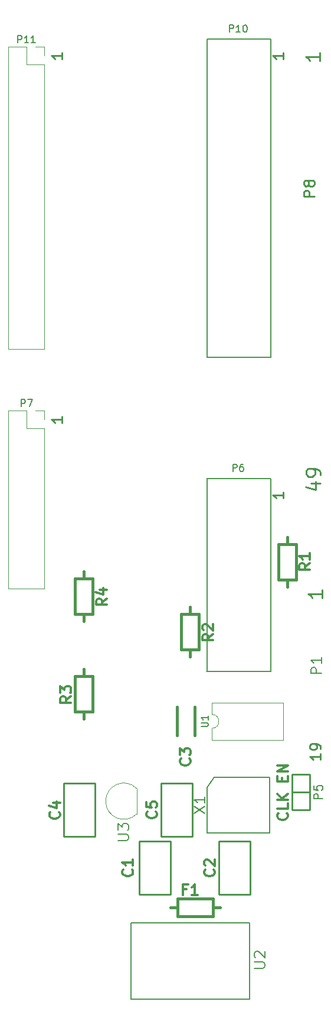
<source format=gto>
G04 #@! TF.FileFunction,Legend,Top*
%FSLAX46Y46*%
G04 Gerber Fmt 4.6, Leading zero omitted, Abs format (unit mm)*
G04 Created by KiCad (PCBNEW (after 2015-mar-04 BZR unknown)-product) date Sun 18 Mar 2018 09:27:42 PM EDT*
%MOMM*%
G01*
G04 APERTURE LIST*
%ADD10C,0.020000*%
%ADD11C,0.254000*%
%ADD12C,0.304800*%
%ADD13C,0.152400*%
%ADD14C,0.120000*%
%ADD15C,0.248920*%
%ADD16C,0.381000*%
%ADD17C,0.203200*%
%ADD18C,0.150000*%
%ADD19R,1.778000X1.778000*%
%ADD20O,1.778000X1.778000*%
%ADD21R,1.651000X1.651000*%
%ADD22C,1.651000*%
%ADD23C,1.219200*%
%ADD24R,2.794000X2.794000*%
%ADD25C,2.794000*%
%ADD26R,10.160000X1.524000*%
%ADD27C,1.778000*%
%ADD28R,2.540000X2.540000*%
%ADD29C,3.987800*%
%ADD30C,2.540000*%
%ADD31C,1.524000*%
%ADD32O,1.651000X1.651000*%
%ADD33R,1.727200X1.727200*%
%ADD34C,1.727200*%
%ADD35R,1.524000X1.524000*%
%ADD36O,1.524000X1.524000*%
%ADD37O,1.727200X1.727200*%
%ADD38R,1.550000X1.950000*%
G04 APERTURE END LIST*
D10*
D11*
X82604429Y-82114571D02*
X82604429Y-82985428D01*
X82604429Y-82550000D02*
X81080429Y-82550000D01*
X81298143Y-82695143D01*
X81443286Y-82840285D01*
X81515857Y-82985428D01*
X82604429Y-30044571D02*
X82604429Y-30915428D01*
X82604429Y-30480000D02*
X81080429Y-30480000D01*
X81298143Y-30625143D01*
X81443286Y-30770285D01*
X81515857Y-30915428D01*
X114354429Y-30044571D02*
X114354429Y-30915428D01*
X114354429Y-30480000D02*
X112830429Y-30480000D01*
X113048143Y-30625143D01*
X113193286Y-30770285D01*
X113265857Y-30915428D01*
X114354429Y-92909571D02*
X114354429Y-93780428D01*
X114354429Y-93345000D02*
X112830429Y-93345000D01*
X113048143Y-93490143D01*
X113193286Y-93635285D01*
X113265857Y-93780428D01*
D12*
X114844286Y-138865428D02*
X114916857Y-138937999D01*
X114989429Y-139155713D01*
X114989429Y-139300856D01*
X114916857Y-139518571D01*
X114771714Y-139663713D01*
X114626571Y-139736285D01*
X114336286Y-139808856D01*
X114118571Y-139808856D01*
X113828286Y-139736285D01*
X113683143Y-139663713D01*
X113538000Y-139518571D01*
X113465429Y-139300856D01*
X113465429Y-139155713D01*
X113538000Y-138937999D01*
X113610571Y-138865428D01*
X114989429Y-137486571D02*
X114989429Y-138212285D01*
X113465429Y-138212285D01*
X114989429Y-136978571D02*
X113465429Y-136978571D01*
X114989429Y-136107714D02*
X114118571Y-136760857D01*
X113465429Y-136107714D02*
X114336286Y-136978571D01*
X114191143Y-134293428D02*
X114191143Y-133785428D01*
X114989429Y-133567714D02*
X114989429Y-134293428D01*
X113465429Y-134293428D01*
X113465429Y-133567714D01*
X114989429Y-132914571D02*
X113465429Y-132914571D01*
X114989429Y-132043714D01*
X113465429Y-132043714D01*
D13*
X92456000Y-165481000D02*
X93726000Y-165481000D01*
X92456000Y-154559000D02*
X93726000Y-154559000D01*
X109474000Y-154559000D02*
X109474000Y-165481000D01*
X109474000Y-165481000D02*
X93726000Y-165481000D01*
X92456000Y-165481000D02*
X92456000Y-154559000D01*
X93726000Y-154559000D02*
X109474000Y-154559000D01*
D11*
X115570000Y-135890000D02*
X118110000Y-135890000D01*
X115570000Y-138430000D02*
X118110000Y-138430000D01*
X118110000Y-138430000D02*
X118110000Y-135890000D01*
X118110000Y-135890000D02*
X118110000Y-133350000D01*
X118110000Y-133350000D02*
X115570000Y-133350000D01*
X115570000Y-133350000D02*
X115570000Y-138430000D01*
D13*
X111912400Y-28092400D02*
X112522000Y-28092400D01*
X112522000Y-28092400D02*
X112522000Y-28244800D01*
X104546400Y-28092400D02*
X103428800Y-28092400D01*
X103378000Y-73609200D02*
X104444800Y-73609200D01*
X112217200Y-73609200D02*
X112522000Y-73609200D01*
X112522000Y-73609200D02*
X112522000Y-73558400D01*
X112522000Y-28244800D02*
X112522000Y-73609200D01*
X103378000Y-73609200D02*
X103378000Y-28041600D01*
X112217200Y-73609200D02*
X104444800Y-73609200D01*
X111963200Y-28092400D02*
X104546400Y-28092400D01*
X104546400Y-28092400D02*
X104597200Y-28092400D01*
X111912400Y-90957400D02*
X112522000Y-90957400D01*
X112522000Y-90957400D02*
X112522000Y-91109800D01*
X104546400Y-90957400D02*
X103428800Y-90957400D01*
X103327200Y-118592600D02*
X104394000Y-118592600D01*
X112166400Y-118592600D02*
X112471200Y-118592600D01*
X112471200Y-118592600D02*
X112471200Y-118541800D01*
X112522000Y-91109800D02*
X112522000Y-118592600D01*
X103378000Y-118592600D02*
X103378000Y-90906600D01*
X112166400Y-118592600D02*
X104394000Y-118592600D01*
X111963200Y-90957400D02*
X104546400Y-90957400D01*
X104546400Y-90957400D02*
X104597200Y-90957400D01*
D14*
X93290000Y-138960000D02*
X93290000Y-135360000D01*
X93278478Y-138998478D02*
G75*
G02X88840000Y-137160000I-1838478J1838478D01*
G01*
X93278478Y-135321522D02*
G75*
G03X88840000Y-137160000I-1838478J-1838478D01*
G01*
D15*
X93649800Y-150495000D02*
X98120200Y-150495000D01*
X93649800Y-142875000D02*
X98120200Y-142875000D01*
D11*
X98120200Y-142875000D02*
X98120200Y-150495000D01*
X93649800Y-150495000D02*
X93649800Y-142875000D01*
D15*
X109550200Y-142875000D02*
X105079800Y-142875000D01*
X109550200Y-150495000D02*
X105079800Y-150495000D01*
D11*
X105079800Y-150495000D02*
X105079800Y-142875000D01*
X109550200Y-142875000D02*
X109550200Y-150495000D01*
D16*
X99060000Y-123698000D02*
X99060000Y-127762000D01*
X101600000Y-127762000D02*
X101600000Y-123698000D01*
D14*
X80070000Y-106740000D02*
X74870000Y-106740000D01*
X80070000Y-83820000D02*
X80070000Y-106740000D01*
X74870000Y-81220000D02*
X74870000Y-106740000D01*
X80070000Y-83820000D02*
X77470000Y-83820000D01*
X77470000Y-83820000D02*
X77470000Y-81220000D01*
X77470000Y-81220000D02*
X74870000Y-81220000D01*
X80070000Y-82550000D02*
X80070000Y-81220000D01*
X80070000Y-81220000D02*
X78740000Y-81220000D01*
X80070000Y-72450000D02*
X74870000Y-72450000D01*
X80070000Y-31750000D02*
X80070000Y-72450000D01*
X74870000Y-29150000D02*
X74870000Y-72450000D01*
X80070000Y-31750000D02*
X77470000Y-31750000D01*
X77470000Y-31750000D02*
X77470000Y-29150000D01*
X77470000Y-29150000D02*
X74870000Y-29150000D01*
X80070000Y-30480000D02*
X80070000Y-29150000D01*
X80070000Y-29150000D02*
X78740000Y-29150000D01*
X104080000Y-124730000D02*
G75*
G02X104080000Y-126730000I0J-1000000D01*
G01*
X104080000Y-126730000D02*
X104080000Y-128380000D01*
X104080000Y-128380000D02*
X114360000Y-128380000D01*
X114360000Y-128380000D02*
X114360000Y-123080000D01*
X114360000Y-123080000D02*
X104080000Y-123080000D01*
X104080000Y-123080000D02*
X104080000Y-124730000D01*
D15*
X87325200Y-134620000D02*
X82854800Y-134620000D01*
X87325200Y-142240000D02*
X82854800Y-142240000D01*
D11*
X82854800Y-142240000D02*
X82854800Y-134620000D01*
X87325200Y-134620000D02*
X87325200Y-142240000D01*
D15*
X96824800Y-142240000D02*
X101295200Y-142240000D01*
X96824800Y-134620000D02*
X101295200Y-134620000D01*
D11*
X101295200Y-134620000D02*
X101295200Y-142240000D01*
X96824800Y-142240000D02*
X96824800Y-134620000D01*
D13*
X103410000Y-141700000D02*
X103410000Y-135200000D01*
X103410000Y-135200000D02*
X104410000Y-133700000D01*
X104410000Y-133700000D02*
X111910000Y-133700000D01*
X111910000Y-133700000D02*
X112410000Y-133700000D01*
X112410000Y-133700000D02*
X112410000Y-141700000D01*
X112410000Y-141700000D02*
X103410000Y-141700000D01*
D16*
X114935000Y-100408740D02*
X114935000Y-99392740D01*
X114935000Y-105488740D02*
X114935000Y-106504740D01*
X116205000Y-100408740D02*
X116205000Y-105488740D01*
X116205000Y-105488740D02*
X113665000Y-105488740D01*
X113665000Y-105488740D02*
X113665000Y-100408740D01*
X113665000Y-100408740D02*
X116205000Y-100408740D01*
X100965000Y-115491260D02*
X100965000Y-116507260D01*
X100965000Y-110411260D02*
X100965000Y-109395260D01*
X99695000Y-115491260D02*
X99695000Y-110411260D01*
X99695000Y-110411260D02*
X102235000Y-110411260D01*
X102235000Y-110411260D02*
X102235000Y-115491260D01*
X102235000Y-115491260D02*
X99695000Y-115491260D01*
X85725000Y-124381260D02*
X85725000Y-125397260D01*
X85725000Y-119301260D02*
X85725000Y-118285260D01*
X84455000Y-124381260D02*
X84455000Y-119301260D01*
X84455000Y-119301260D02*
X86995000Y-119301260D01*
X86995000Y-119301260D02*
X86995000Y-124381260D01*
X86995000Y-124381260D02*
X84455000Y-124381260D01*
X85725000Y-110411260D02*
X85725000Y-111427260D01*
X85725000Y-105331260D02*
X85725000Y-104315260D01*
X84455000Y-110411260D02*
X84455000Y-105331260D01*
X84455000Y-105331260D02*
X86995000Y-105331260D01*
X86995000Y-105331260D02*
X86995000Y-110411260D01*
X86995000Y-110411260D02*
X84455000Y-110411260D01*
X99138740Y-152400000D02*
X98122740Y-152400000D01*
X104218740Y-152400000D02*
X105234740Y-152400000D01*
X99138740Y-151130000D02*
X104218740Y-151130000D01*
X104218740Y-151130000D02*
X104218740Y-153670000D01*
X104218740Y-153670000D02*
X99138740Y-153670000D01*
X99138740Y-153670000D02*
X99138740Y-151130000D01*
D13*
X110163429Y-161054143D02*
X111397143Y-161054143D01*
X111542286Y-160981571D01*
X111614857Y-160909000D01*
X111687429Y-160763857D01*
X111687429Y-160473571D01*
X111614857Y-160328429D01*
X111542286Y-160255857D01*
X111397143Y-160183286D01*
X110163429Y-160183286D01*
X110308571Y-159530143D02*
X110236000Y-159457572D01*
X110163429Y-159312429D01*
X110163429Y-158949572D01*
X110236000Y-158804429D01*
X110308571Y-158731858D01*
X110453714Y-158659286D01*
X110598857Y-158659286D01*
X110816571Y-158731858D01*
X111687429Y-159602715D01*
X111687429Y-158659286D01*
D17*
X119954524Y-136827381D02*
X118684524Y-136827381D01*
X118684524Y-136343572D01*
X118745000Y-136222619D01*
X118805476Y-136162143D01*
X118926429Y-136101667D01*
X119107857Y-136101667D01*
X119228810Y-136162143D01*
X119289286Y-136222619D01*
X119349762Y-136343572D01*
X119349762Y-136827381D01*
X118684524Y-134952619D02*
X118684524Y-135557381D01*
X119289286Y-135617857D01*
X119228810Y-135557381D01*
X119168333Y-135436429D01*
X119168333Y-135134048D01*
X119228810Y-135013095D01*
X119289286Y-134952619D01*
X119410238Y-134892143D01*
X119712619Y-134892143D01*
X119833571Y-134952619D01*
X119894048Y-135013095D01*
X119954524Y-135134048D01*
X119954524Y-135436429D01*
X119894048Y-135557381D01*
X119833571Y-135617857D01*
D13*
X106614686Y-27078819D02*
X106614686Y-26062819D01*
X107001733Y-26062819D01*
X107098495Y-26111200D01*
X107146876Y-26159581D01*
X107195257Y-26256343D01*
X107195257Y-26401486D01*
X107146876Y-26498248D01*
X107098495Y-26546629D01*
X107001733Y-26595010D01*
X106614686Y-26595010D01*
X108162876Y-27078819D02*
X107582305Y-27078819D01*
X107872591Y-27078819D02*
X107872591Y-26062819D01*
X107775829Y-26207962D01*
X107679067Y-26304724D01*
X107582305Y-26353105D01*
X108791829Y-26062819D02*
X108888590Y-26062819D01*
X108985352Y-26111200D01*
X109033733Y-26159581D01*
X109082114Y-26256343D01*
X109130495Y-26449867D01*
X109130495Y-26691771D01*
X109082114Y-26885295D01*
X109033733Y-26982057D01*
X108985352Y-27030438D01*
X108888590Y-27078819D01*
X108791829Y-27078819D01*
X108695067Y-27030438D01*
X108646686Y-26982057D01*
X108598305Y-26885295D01*
X108549924Y-26691771D01*
X108549924Y-26449867D01*
X108598305Y-26256343D01*
X108646686Y-26159581D01*
X108695067Y-26111200D01*
X108791829Y-26062819D01*
X107098496Y-89943819D02*
X107098496Y-88927819D01*
X107485543Y-88927819D01*
X107582305Y-88976200D01*
X107630686Y-89024581D01*
X107679067Y-89121343D01*
X107679067Y-89266486D01*
X107630686Y-89363248D01*
X107582305Y-89411629D01*
X107485543Y-89460010D01*
X107098496Y-89460010D01*
X108549924Y-88927819D02*
X108356401Y-88927819D01*
X108259639Y-88976200D01*
X108211258Y-89024581D01*
X108114496Y-89169724D01*
X108066115Y-89363248D01*
X108066115Y-89750295D01*
X108114496Y-89847057D01*
X108162877Y-89895438D01*
X108259639Y-89943819D01*
X108453162Y-89943819D01*
X108549924Y-89895438D01*
X108598305Y-89847057D01*
X108646686Y-89750295D01*
X108646686Y-89508390D01*
X108598305Y-89411629D01*
X108549924Y-89363248D01*
X108453162Y-89314867D01*
X108259639Y-89314867D01*
X108162877Y-89363248D01*
X108114496Y-89411629D01*
X108066115Y-89508390D01*
X90605429Y-142766143D02*
X91839143Y-142766143D01*
X91984286Y-142693571D01*
X92056857Y-142621000D01*
X92129429Y-142475857D01*
X92129429Y-142185571D01*
X92056857Y-142040429D01*
X91984286Y-141967857D01*
X91839143Y-141895286D01*
X90605429Y-141895286D01*
X90605429Y-141314715D02*
X90605429Y-140371286D01*
X91186000Y-140879286D01*
X91186000Y-140661572D01*
X91258571Y-140516429D01*
X91331143Y-140443858D01*
X91476286Y-140371286D01*
X91839143Y-140371286D01*
X91984286Y-140443858D01*
X92056857Y-140516429D01*
X92129429Y-140661572D01*
X92129429Y-141097000D01*
X92056857Y-141242143D01*
X91984286Y-141314715D01*
D11*
X118799429Y-50604057D02*
X117275429Y-50604057D01*
X117275429Y-50023485D01*
X117348000Y-49878343D01*
X117420571Y-49805771D01*
X117565714Y-49733200D01*
X117783429Y-49733200D01*
X117928571Y-49805771D01*
X118001143Y-49878343D01*
X118073714Y-50023485D01*
X118073714Y-50604057D01*
X117928571Y-48862343D02*
X117856000Y-49007485D01*
X117783429Y-49080057D01*
X117638286Y-49152628D01*
X117565714Y-49152628D01*
X117420571Y-49080057D01*
X117348000Y-49007485D01*
X117275429Y-48862343D01*
X117275429Y-48572057D01*
X117348000Y-48426914D01*
X117420571Y-48354343D01*
X117565714Y-48281771D01*
X117638286Y-48281771D01*
X117783429Y-48354343D01*
X117856000Y-48426914D01*
X117928571Y-48572057D01*
X117928571Y-48862343D01*
X118001143Y-49007485D01*
X118073714Y-49080057D01*
X118218857Y-49152628D01*
X118509143Y-49152628D01*
X118654286Y-49080057D01*
X118726857Y-49007485D01*
X118799429Y-48862343D01*
X118799429Y-48572057D01*
X118726857Y-48426914D01*
X118654286Y-48354343D01*
X118509143Y-48281771D01*
X118218857Y-48281771D01*
X118073714Y-48354343D01*
X118001143Y-48426914D01*
X117928571Y-48572057D01*
X118284171Y-91664971D02*
X119638838Y-91664971D01*
X117510076Y-92148781D02*
X118961505Y-92632590D01*
X118961505Y-91374686D01*
X119638838Y-90503829D02*
X119638838Y-90116781D01*
X119542076Y-89923257D01*
X119445314Y-89826495D01*
X119155029Y-89632971D01*
X118767981Y-89536210D01*
X117993886Y-89536210D01*
X117800362Y-89632971D01*
X117703600Y-89729733D01*
X117606838Y-89923257D01*
X117606838Y-90310305D01*
X117703600Y-90503829D01*
X117800362Y-90600590D01*
X117993886Y-90697352D01*
X118477695Y-90697352D01*
X118671219Y-90600590D01*
X118767981Y-90503829D01*
X118864743Y-90310305D01*
X118864743Y-89923257D01*
X118767981Y-89729733D01*
X118671219Y-89632971D01*
X118477695Y-89536210D01*
X119588038Y-30051829D02*
X119588038Y-31212971D01*
X119588038Y-30632400D02*
X117556038Y-30632400D01*
X117846324Y-30825924D01*
X118039848Y-31019448D01*
X118136610Y-31212971D01*
D12*
X92619286Y-146939000D02*
X92691857Y-147011571D01*
X92764429Y-147229285D01*
X92764429Y-147374428D01*
X92691857Y-147592143D01*
X92546714Y-147737285D01*
X92401571Y-147809857D01*
X92111286Y-147882428D01*
X91893571Y-147882428D01*
X91603286Y-147809857D01*
X91458143Y-147737285D01*
X91313000Y-147592143D01*
X91240429Y-147374428D01*
X91240429Y-147229285D01*
X91313000Y-147011571D01*
X91385571Y-146939000D01*
X92764429Y-145487571D02*
X92764429Y-146358428D01*
X92764429Y-145923000D02*
X91240429Y-145923000D01*
X91458143Y-146068143D01*
X91603286Y-146213285D01*
X91675857Y-146358428D01*
X104354086Y-146964400D02*
X104426657Y-147036971D01*
X104499229Y-147254685D01*
X104499229Y-147399828D01*
X104426657Y-147617543D01*
X104281514Y-147762685D01*
X104136371Y-147835257D01*
X103846086Y-147907828D01*
X103628371Y-147907828D01*
X103338086Y-147835257D01*
X103192943Y-147762685D01*
X103047800Y-147617543D01*
X102975229Y-147399828D01*
X102975229Y-147254685D01*
X103047800Y-147036971D01*
X103120371Y-146964400D01*
X103120371Y-146383828D02*
X103047800Y-146311257D01*
X102975229Y-146166114D01*
X102975229Y-145803257D01*
X103047800Y-145658114D01*
X103120371Y-145585543D01*
X103265514Y-145512971D01*
X103410657Y-145512971D01*
X103628371Y-145585543D01*
X104499229Y-146456400D01*
X104499229Y-145512971D01*
D17*
X119815429Y-118878857D02*
X118291429Y-118878857D01*
X118291429Y-118298285D01*
X118364000Y-118153143D01*
X118436571Y-118080571D01*
X118581714Y-118008000D01*
X118799429Y-118008000D01*
X118944571Y-118080571D01*
X119017143Y-118153143D01*
X119089714Y-118298285D01*
X119089714Y-118878857D01*
X119815429Y-116556571D02*
X119815429Y-117427428D01*
X119815429Y-116992000D02*
X118291429Y-116992000D01*
X118509143Y-117137143D01*
X118654286Y-117282285D01*
X118726857Y-117427428D01*
D11*
X119688429Y-130363286D02*
X119688429Y-131234143D01*
X119688429Y-130798715D02*
X118164429Y-130798715D01*
X118382143Y-130943858D01*
X118527286Y-131089000D01*
X118599857Y-131234143D01*
X119688429Y-129637571D02*
X119688429Y-129347286D01*
X119615857Y-129202143D01*
X119543286Y-129129571D01*
X119325571Y-128984429D01*
X119035286Y-128911857D01*
X118454714Y-128911857D01*
X118309571Y-128984429D01*
X118237000Y-129057000D01*
X118164429Y-129202143D01*
X118164429Y-129492429D01*
X118237000Y-129637571D01*
X118309571Y-129710143D01*
X118454714Y-129782714D01*
X118817571Y-129782714D01*
X118962714Y-129710143D01*
X119035286Y-129637571D01*
X119107857Y-129492429D01*
X119107857Y-129202143D01*
X119035286Y-129057000D01*
X118962714Y-128984429D01*
X118817571Y-128911857D01*
X119918238Y-106886429D02*
X119918238Y-108047571D01*
X119918238Y-107467000D02*
X117886238Y-107467000D01*
X118176524Y-107660524D01*
X118370048Y-107854048D01*
X118466810Y-108047571D01*
D12*
X100874286Y-131064000D02*
X100946857Y-131136571D01*
X101019429Y-131354285D01*
X101019429Y-131499428D01*
X100946857Y-131717143D01*
X100801714Y-131862285D01*
X100656571Y-131934857D01*
X100366286Y-132007428D01*
X100148571Y-132007428D01*
X99858286Y-131934857D01*
X99713143Y-131862285D01*
X99568000Y-131717143D01*
X99495429Y-131499428D01*
X99495429Y-131354285D01*
X99568000Y-131136571D01*
X99640571Y-131064000D01*
X99495429Y-130556000D02*
X99495429Y-129612571D01*
X100076000Y-130120571D01*
X100076000Y-129902857D01*
X100148571Y-129757714D01*
X100221143Y-129685143D01*
X100366286Y-129612571D01*
X100729143Y-129612571D01*
X100874286Y-129685143D01*
X100946857Y-129757714D01*
X101019429Y-129902857D01*
X101019429Y-130338285D01*
X100946857Y-130483428D01*
X100874286Y-130556000D01*
D18*
X76731905Y-80672381D02*
X76731905Y-79672381D01*
X77112858Y-79672381D01*
X77208096Y-79720000D01*
X77255715Y-79767619D01*
X77303334Y-79862857D01*
X77303334Y-80005714D01*
X77255715Y-80100952D01*
X77208096Y-80148571D01*
X77112858Y-80196190D01*
X76731905Y-80196190D01*
X77636667Y-79672381D02*
X78303334Y-79672381D01*
X77874762Y-80672381D01*
X76255714Y-28602381D02*
X76255714Y-27602381D01*
X76636667Y-27602381D01*
X76731905Y-27650000D01*
X76779524Y-27697619D01*
X76827143Y-27792857D01*
X76827143Y-27935714D01*
X76779524Y-28030952D01*
X76731905Y-28078571D01*
X76636667Y-28126190D01*
X76255714Y-28126190D01*
X77779524Y-28602381D02*
X77208095Y-28602381D01*
X77493809Y-28602381D02*
X77493809Y-27602381D01*
X77398571Y-27745238D01*
X77303333Y-27840476D01*
X77208095Y-27888095D01*
X78731905Y-28602381D02*
X78160476Y-28602381D01*
X78446190Y-28602381D02*
X78446190Y-27602381D01*
X78350952Y-27745238D01*
X78255714Y-27840476D01*
X78160476Y-27888095D01*
X102532381Y-126491905D02*
X103341905Y-126491905D01*
X103437143Y-126444286D01*
X103484762Y-126396667D01*
X103532381Y-126301429D01*
X103532381Y-126110952D01*
X103484762Y-126015714D01*
X103437143Y-125968095D01*
X103341905Y-125920476D01*
X102532381Y-125920476D01*
X103532381Y-124920476D02*
X103532381Y-125491905D01*
X103532381Y-125206191D02*
X102532381Y-125206191D01*
X102675238Y-125301429D01*
X102770476Y-125396667D01*
X102818095Y-125491905D01*
D12*
X82129086Y-138709400D02*
X82201657Y-138781971D01*
X82274229Y-138999685D01*
X82274229Y-139144828D01*
X82201657Y-139362543D01*
X82056514Y-139507685D01*
X81911371Y-139580257D01*
X81621086Y-139652828D01*
X81403371Y-139652828D01*
X81113086Y-139580257D01*
X80967943Y-139507685D01*
X80822800Y-139362543D01*
X80750229Y-139144828D01*
X80750229Y-138999685D01*
X80822800Y-138781971D01*
X80895371Y-138709400D01*
X81258229Y-137403114D02*
X82274229Y-137403114D01*
X80677657Y-137765971D02*
X81766229Y-138128828D01*
X81766229Y-137185400D01*
X96060986Y-138645900D02*
X96133557Y-138718471D01*
X96206129Y-138936185D01*
X96206129Y-139081328D01*
X96133557Y-139299043D01*
X95988414Y-139444185D01*
X95843271Y-139516757D01*
X95552986Y-139589328D01*
X95335271Y-139589328D01*
X95044986Y-139516757D01*
X94899843Y-139444185D01*
X94754700Y-139299043D01*
X94682129Y-139081328D01*
X94682129Y-138936185D01*
X94754700Y-138718471D01*
X94827271Y-138645900D01*
X94682129Y-137267043D02*
X94682129Y-137992757D01*
X95407843Y-138065328D01*
X95335271Y-137992757D01*
X95262700Y-137847614D01*
X95262700Y-137484757D01*
X95335271Y-137339614D01*
X95407843Y-137267043D01*
X95552986Y-137194471D01*
X95915843Y-137194471D01*
X96060986Y-137267043D01*
X96133557Y-137339614D01*
X96206129Y-137484757D01*
X96206129Y-137847614D01*
X96133557Y-137992757D01*
X96060986Y-138065328D01*
D13*
X101575429Y-138933715D02*
X103099429Y-137917715D01*
X101575429Y-137917715D02*
X103099429Y-138933715D01*
X103099429Y-136538857D02*
X103099429Y-137409714D01*
X103099429Y-136974286D02*
X101575429Y-136974286D01*
X101793143Y-137119429D01*
X101938286Y-137264571D01*
X102010857Y-137409714D01*
D12*
X118164429Y-103124000D02*
X117438714Y-103632000D01*
X118164429Y-103994857D02*
X116640429Y-103994857D01*
X116640429Y-103414285D01*
X116713000Y-103269143D01*
X116785571Y-103196571D01*
X116930714Y-103124000D01*
X117148429Y-103124000D01*
X117293571Y-103196571D01*
X117366143Y-103269143D01*
X117438714Y-103414285D01*
X117438714Y-103994857D01*
X118164429Y-101672571D02*
X118164429Y-102543428D01*
X118164429Y-102108000D02*
X116640429Y-102108000D01*
X116858143Y-102253143D01*
X117003286Y-102398285D01*
X117075857Y-102543428D01*
X104270629Y-113258600D02*
X103544914Y-113766600D01*
X104270629Y-114129457D02*
X102746629Y-114129457D01*
X102746629Y-113548885D01*
X102819200Y-113403743D01*
X102891771Y-113331171D01*
X103036914Y-113258600D01*
X103254629Y-113258600D01*
X103399771Y-113331171D01*
X103472343Y-113403743D01*
X103544914Y-113548885D01*
X103544914Y-114129457D01*
X102891771Y-112678028D02*
X102819200Y-112605457D01*
X102746629Y-112460314D01*
X102746629Y-112097457D01*
X102819200Y-111952314D01*
X102891771Y-111879743D01*
X103036914Y-111807171D01*
X103182057Y-111807171D01*
X103399771Y-111879743D01*
X104270629Y-112750600D01*
X104270629Y-111807171D01*
X83874429Y-122174000D02*
X83148714Y-122682000D01*
X83874429Y-123044857D02*
X82350429Y-123044857D01*
X82350429Y-122464285D01*
X82423000Y-122319143D01*
X82495571Y-122246571D01*
X82640714Y-122174000D01*
X82858429Y-122174000D01*
X83003571Y-122246571D01*
X83076143Y-122319143D01*
X83148714Y-122464285D01*
X83148714Y-123044857D01*
X82350429Y-121666000D02*
X82350429Y-120722571D01*
X82931000Y-121230571D01*
X82931000Y-121012857D01*
X83003571Y-120867714D01*
X83076143Y-120795143D01*
X83221286Y-120722571D01*
X83584143Y-120722571D01*
X83729286Y-120795143D01*
X83801857Y-120867714D01*
X83874429Y-121012857D01*
X83874429Y-121448285D01*
X83801857Y-121593428D01*
X83729286Y-121666000D01*
X89030629Y-108178600D02*
X88304914Y-108686600D01*
X89030629Y-109049457D02*
X87506629Y-109049457D01*
X87506629Y-108468885D01*
X87579200Y-108323743D01*
X87651771Y-108251171D01*
X87796914Y-108178600D01*
X88014629Y-108178600D01*
X88159771Y-108251171D01*
X88232343Y-108323743D01*
X88304914Y-108468885D01*
X88304914Y-109049457D01*
X88014629Y-106872314D02*
X89030629Y-106872314D01*
X87434057Y-107235171D02*
X88522629Y-107598028D01*
X88522629Y-106654600D01*
X100457000Y-149751143D02*
X99949000Y-149751143D01*
X99949000Y-150549429D02*
X99949000Y-149025429D01*
X100674714Y-149025429D01*
X102053572Y-150549429D02*
X101182715Y-150549429D01*
X101618143Y-150549429D02*
X101618143Y-149025429D01*
X101473000Y-149243143D01*
X101327858Y-149388286D01*
X101182715Y-149460857D01*
%LPC*%
D19*
X107950000Y-157480000D03*
D20*
X107950000Y-160020000D03*
X107950000Y-162560000D03*
D19*
X116840000Y-137160000D03*
D20*
X116840000Y-134620000D03*
D21*
X110490000Y-30480000D03*
D22*
X105638600Y-30480000D03*
X110490000Y-33020000D03*
X105638600Y-33020000D03*
X110490000Y-35560000D03*
X105638600Y-35560000D03*
X110490000Y-38100000D03*
X105638600Y-38100000D03*
X110490000Y-40640000D03*
X105638600Y-40640000D03*
X110490000Y-43180000D03*
X105638600Y-43180000D03*
X110490000Y-45720000D03*
X105638600Y-45720000D03*
X110490000Y-48260000D03*
X105638600Y-48260000D03*
X110490000Y-50800000D03*
X105638600Y-50800000D03*
X110490000Y-53340000D03*
X105638600Y-53340000D03*
X110490000Y-55880000D03*
X105638600Y-55880000D03*
X110490000Y-58420000D03*
X105638600Y-58420000D03*
X110490000Y-60960000D03*
X105638600Y-60960000D03*
X110490000Y-63500000D03*
X105638600Y-63500000D03*
X110490000Y-66040000D03*
X105638600Y-66040000D03*
X110490000Y-68580000D03*
X105638600Y-68580000D03*
X110490000Y-71120000D03*
X105638600Y-71120000D03*
D21*
X110490000Y-93345000D03*
D22*
X105638600Y-93345000D03*
X110490000Y-95885000D03*
X105638600Y-95885000D03*
X110490000Y-98425000D03*
X105638600Y-98425000D03*
X110490000Y-100965000D03*
X105638600Y-100965000D03*
X110490000Y-103505000D03*
X105638600Y-103505000D03*
X110490000Y-106045000D03*
X105638600Y-106045000D03*
X110490000Y-108585000D03*
X105638600Y-108585000D03*
X110490000Y-111125000D03*
X105638600Y-111125000D03*
X110490000Y-113665000D03*
X105638600Y-113665000D03*
X110490000Y-116205000D03*
X105638600Y-116205000D03*
D23*
X90170000Y-137160000D03*
X91440000Y-135890000D03*
D10*
G36*
X92302105Y-138430000D02*
X91440000Y-139292105D01*
X90577895Y-138430000D01*
X91440000Y-137567895D01*
X92302105Y-138430000D01*
X92302105Y-138430000D01*
G37*
D24*
X88900000Y-149860000D03*
D25*
X88900000Y-159004000D03*
X83947000Y-149860000D03*
X83947000Y-159004000D03*
X78994000Y-149860000D03*
X78994000Y-159004000D03*
D26*
X125730000Y-30480000D03*
X125730000Y-33020000D03*
X125730000Y-35560000D03*
X125730000Y-38100000D03*
X125730000Y-40640000D03*
X125730000Y-43180000D03*
X125730000Y-45720000D03*
X125730000Y-48260000D03*
X125730000Y-50800000D03*
X125730000Y-53340000D03*
X125730000Y-55880000D03*
X125730000Y-58420000D03*
X125730000Y-60960000D03*
X125730000Y-63500000D03*
X125730000Y-66040000D03*
X125730000Y-68580000D03*
X125730000Y-71120000D03*
X125730000Y-73660000D03*
X125730000Y-76200000D03*
X125730000Y-78740000D03*
X125730000Y-81280000D03*
X125730000Y-83820000D03*
X125730000Y-86360000D03*
X125730000Y-88900000D03*
X125730000Y-91440000D03*
D27*
X95885000Y-144145000D03*
X95885000Y-149225000D03*
X107315000Y-149225000D03*
X107315000Y-144145000D03*
D26*
X125730000Y-107314600D03*
X125730000Y-109854600D03*
X125730000Y-112394600D03*
X125730000Y-114934600D03*
X125730000Y-117474600D03*
X125730000Y-120014600D03*
X125730000Y-122554600D03*
X125730000Y-125094600D03*
X125730000Y-127634600D03*
X125730000Y-130174600D03*
D28*
X114300000Y-146050000D03*
D25*
X114300000Y-151130000D03*
X114300000Y-156210000D03*
X114300000Y-161290000D03*
D29*
X124460000Y-158750000D03*
X124460000Y-148590000D03*
D30*
X116840000Y-163830000D03*
X116840000Y-143510000D03*
D31*
X100330000Y-127000000D03*
X100330000Y-124460000D03*
D21*
X78740000Y-82550000D03*
D32*
X76200000Y-82550000D03*
X78740000Y-85090000D03*
X76200000Y-85090000D03*
X78740000Y-87630000D03*
X76200000Y-87630000D03*
X78740000Y-90170000D03*
X76200000Y-90170000D03*
X78740000Y-92710000D03*
X76200000Y-92710000D03*
X78740000Y-95250000D03*
X76200000Y-95250000D03*
X78740000Y-97790000D03*
X76200000Y-97790000D03*
X78740000Y-100330000D03*
X76200000Y-100330000D03*
X78740000Y-102870000D03*
X76200000Y-102870000D03*
X78740000Y-105410000D03*
X76200000Y-105410000D03*
D33*
X93980000Y-30480000D03*
D34*
X91440000Y-30480000D03*
X93980000Y-33020000D03*
X91440000Y-33020000D03*
X93980000Y-35560000D03*
X91440000Y-35560000D03*
X93980000Y-38100000D03*
X91440000Y-38100000D03*
X93980000Y-40640000D03*
X91440000Y-40640000D03*
X93980000Y-43180000D03*
X91440000Y-43180000D03*
X93980000Y-45720000D03*
X91440000Y-45720000D03*
X93980000Y-48260000D03*
X91440000Y-48260000D03*
X93980000Y-50800000D03*
X91440000Y-50800000D03*
X93980000Y-53340000D03*
X91440000Y-53340000D03*
X93980000Y-55880000D03*
X91440000Y-55880000D03*
X93980000Y-58420000D03*
X91440000Y-58420000D03*
X93980000Y-60960000D03*
X91440000Y-60960000D03*
X93980000Y-63500000D03*
X91440000Y-63500000D03*
X93980000Y-66040000D03*
X91440000Y-66040000D03*
X93980000Y-68580000D03*
X91440000Y-68580000D03*
X93980000Y-71120000D03*
X91440000Y-71120000D03*
X93980000Y-73660000D03*
X91440000Y-73660000D03*
X93980000Y-76200000D03*
X91440000Y-76200000D03*
X93980000Y-78740000D03*
X91440000Y-78740000D03*
X93980000Y-81280000D03*
X91440000Y-81280000D03*
X93980000Y-83820000D03*
X91440000Y-83820000D03*
X93980000Y-86360000D03*
X91440000Y-86360000D03*
X93980000Y-88900000D03*
X91440000Y-88900000D03*
X93980000Y-91440000D03*
X91440000Y-91440000D03*
D21*
X78740000Y-30480000D03*
D22*
X76200000Y-30480000D03*
D32*
X78740000Y-33020000D03*
X76200000Y-33020000D03*
X78740000Y-35560000D03*
X76200000Y-35560000D03*
X78740000Y-38100000D03*
X76200000Y-38100000D03*
X78740000Y-40640000D03*
X76200000Y-40640000D03*
X78740000Y-43180000D03*
X76200000Y-43180000D03*
X78740000Y-45720000D03*
X76200000Y-45720000D03*
X78740000Y-48260000D03*
X76200000Y-48260000D03*
X78740000Y-50800000D03*
X76200000Y-50800000D03*
X78740000Y-53340000D03*
X76200000Y-53340000D03*
X78740000Y-55880000D03*
X76200000Y-55880000D03*
X78740000Y-58420000D03*
X76200000Y-58420000D03*
X78740000Y-60960000D03*
X76200000Y-60960000D03*
X78740000Y-63500000D03*
X76200000Y-63500000D03*
X78740000Y-66040000D03*
X76200000Y-66040000D03*
X78740000Y-68580000D03*
X76200000Y-68580000D03*
X78740000Y-71120000D03*
X76200000Y-71120000D03*
D35*
X105410000Y-129540000D03*
D36*
X113030000Y-121920000D03*
X107950000Y-129540000D03*
X110490000Y-121920000D03*
X110490000Y-129540000D03*
X107950000Y-121920000D03*
X113030000Y-129540000D03*
X105410000Y-121920000D03*
D27*
X85090000Y-140970000D03*
X85090000Y-135890000D03*
X99060000Y-135890000D03*
X99060000Y-140970000D03*
D33*
X93980000Y-104140000D03*
D37*
X91440000Y-104140000D03*
X93980000Y-106680000D03*
X91440000Y-106680000D03*
X93980000Y-109220000D03*
X91440000Y-109220000D03*
X93980000Y-111760000D03*
X91440000Y-111760000D03*
X93980000Y-114300000D03*
X91440000Y-114300000D03*
X93980000Y-116840000D03*
X91440000Y-116840000D03*
X93980000Y-119380000D03*
X91440000Y-119380000D03*
X93980000Y-121920000D03*
X91440000Y-121920000D03*
X93980000Y-124460000D03*
X91440000Y-124460000D03*
X93980000Y-127000000D03*
X91440000Y-127000000D03*
D38*
X105410000Y-139700000D03*
X105410000Y-135500000D03*
X110490000Y-139700000D03*
X110490000Y-135500000D03*
D22*
X114935000Y-97868740D03*
X114935000Y-108028740D03*
X100965000Y-118031260D03*
X100965000Y-107871260D03*
X85725000Y-126921260D03*
X85725000Y-116761260D03*
X85725000Y-112951260D03*
X85725000Y-102791260D03*
X96598740Y-152400000D03*
X106758740Y-152400000D03*
M02*

</source>
